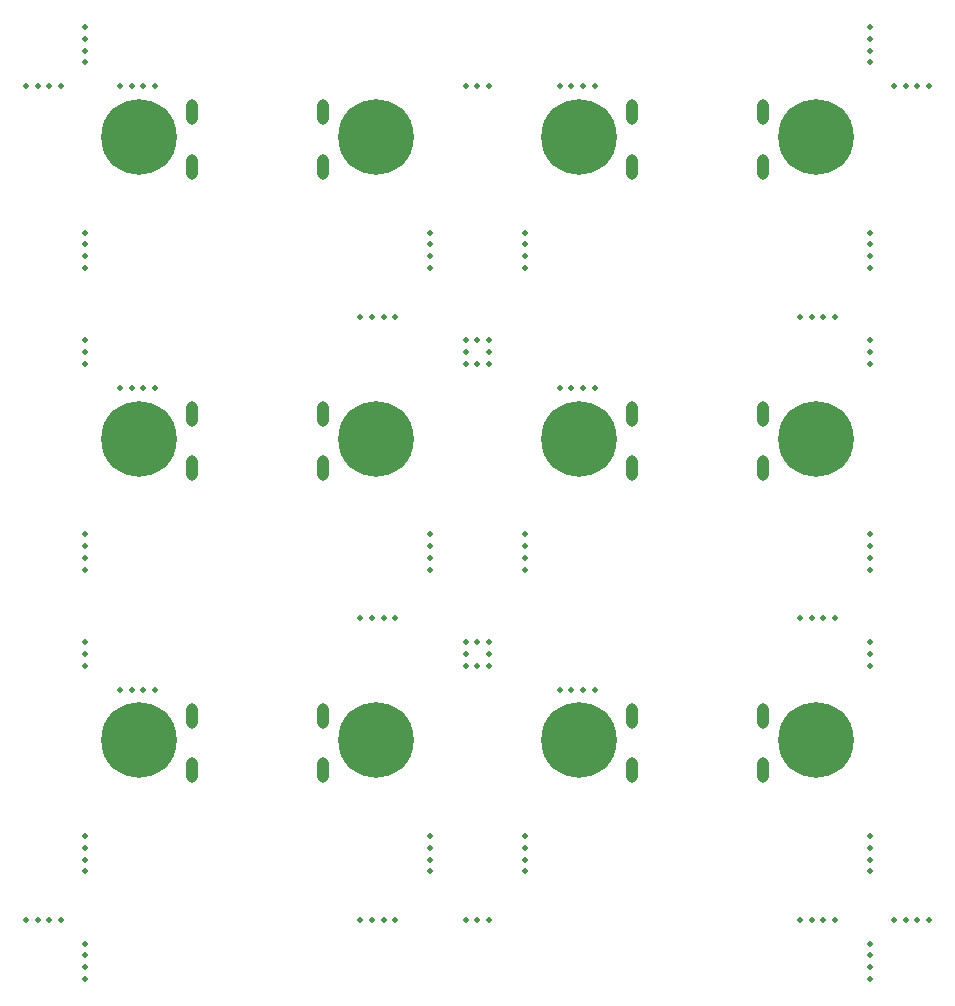
<source format=gbr>
%TF.GenerationSoftware,KiCad,Pcbnew,9.0.5*%
%TF.CreationDate,2025-11-22T18:02:39+08:00*%
%TF.ProjectId,tb2086-usb-c_panelized,74623230-3836-42d7-9573-622d635f7061,rev?*%
%TF.SameCoordinates,Original*%
%TF.FileFunction,Soldermask,Bot*%
%TF.FilePolarity,Negative*%
%FSLAX46Y46*%
G04 Gerber Fmt 4.6, Leading zero omitted, Abs format (unit mm)*
G04 Created by KiCad (PCBNEW 9.0.5) date 2025-11-22 18:02:39*
%MOMM*%
%LPD*%
G01*
G04 APERTURE LIST*
%ADD10C,0.500000*%
%ADD11C,0.800000*%
%ADD12C,6.400000*%
%ADD13O,1.016000X2.159000*%
G04 APERTURE END LIST*
D10*
%TO.C,KiKit_MB_19_1*%
X34250000Y-68504035D03*
%TD*%
%TO.C,KiKit_MB_23_2*%
X71500000Y-69504035D03*
%TD*%
%TO.C,KiKit_MB_11_1*%
X34250000Y-42964035D03*
%TD*%
%TO.C,KiKit_MB_5_4*%
X48208777Y-5040000D03*
%TD*%
%TO.C,KiKit_MB_32_3*%
X37250000Y-54080000D03*
%TD*%
%TO.C,KiKit_MB_6_2*%
X67545000Y-24539909D03*
%TD*%
%TO.C,KiKit_MB_22_3*%
X66545000Y-75619913D03*
%TD*%
%TO.C,KiKit_MB_20_3*%
X5000000Y-69500000D03*
%TD*%
%TO.C,KiKit_MB_37_3*%
X39250000Y-54080000D03*
%TD*%
%TO.C,KiKit_MB_17_4*%
X10958777Y-56120000D03*
%TD*%
%TO.C,KiKit_MB_15_3*%
X71500000Y-44964035D03*
%TD*%
%TO.C,KiKit_MB_30_3*%
X37250000Y-28540000D03*
%TD*%
%TO.C,KiKit_MB_24_3*%
X42250000Y-69500000D03*
%TD*%
%TO.C,KiKit_MB_24_4*%
X42250000Y-68500000D03*
%TD*%
D11*
%TO.C,H2*%
X27225000Y-60399900D03*
X27927944Y-58702844D03*
X27927944Y-62096956D03*
X29625000Y-57999900D03*
D12*
X29625000Y-60399900D03*
D11*
X29625000Y-62799900D03*
X31322056Y-58702844D03*
X31322056Y-62096956D03*
X32025000Y-60399900D03*
%TD*%
D10*
%TO.C,KiKit_MB_1_2*%
X8958777Y-5040000D03*
%TD*%
%TO.C,KiKit_MB_3_2*%
X34250000Y-18424035D03*
%TD*%
%TO.C,KiKit_MB_33_1*%
X37250000Y-28540000D03*
%TD*%
%TO.C,KiKit_MB_28_3*%
X71500000Y-28540000D03*
%TD*%
%TO.C,KiKit_MB_19_3*%
X34250000Y-70504035D03*
%TD*%
%TO.C,KiKit_MB_6_1*%
X68545000Y-24539905D03*
%TD*%
D11*
%TO.C,H2*%
X64475000Y-9319900D03*
X65177944Y-7622844D03*
X65177944Y-11016956D03*
X66875000Y-6919900D03*
D12*
X66875000Y-9319900D03*
D11*
X66875000Y-11719900D03*
X68572056Y-7622844D03*
X68572056Y-11016956D03*
X69275000Y-9319900D03*
%TD*%
D10*
%TO.C,KiKit_MB_31_3*%
X5000000Y-54080000D03*
%TD*%
%TO.C,KiKit_MB_6_4*%
X65545000Y-24539916D03*
%TD*%
%TO.C,KiKit_MB_10_1*%
X31295000Y-50079905D03*
%TD*%
%TO.C,KiKit_MB_40_4*%
X71500000Y-3000000D03*
%TD*%
%TO.C,KiKit_MB_46_2*%
X74500000Y-75620000D03*
%TD*%
D11*
%TO.C,H2*%
X27225000Y-9319900D03*
X27927944Y-7622844D03*
X27927944Y-11016956D03*
X29625000Y-6919900D03*
D12*
X29625000Y-9319900D03*
D11*
X29625000Y-11719900D03*
X31322056Y-7622844D03*
X31322056Y-11016956D03*
X32025000Y-9319900D03*
%TD*%
D10*
%TO.C,KiKit_MB_2_2*%
X30295000Y-24539909D03*
%TD*%
D13*
%TO.C,USB1*%
X62450000Y-62909800D03*
X62450000Y-58309800D03*
X51300000Y-62909800D03*
X51300000Y-58309800D03*
%TD*%
D10*
%TO.C,KiKit_MB_44_2*%
X1000000Y-75620000D03*
%TD*%
%TO.C,KiKit_MB_29_2*%
X5000000Y-27540000D03*
%TD*%
D13*
%TO.C,USB1*%
X25200000Y-11829800D03*
X25200000Y-7229800D03*
X14050000Y-11829800D03*
X14050000Y-7229800D03*
%TD*%
D10*
%TO.C,KiKit_MB_23_1*%
X71500000Y-68504035D03*
%TD*%
%TO.C,KiKit_MB_34_1*%
X39250000Y-52080000D03*
%TD*%
%TO.C,KiKit_MB_40_2*%
X71500000Y-1000000D03*
%TD*%
%TO.C,KiKit_MB_7_2*%
X71500000Y-18424035D03*
%TD*%
%TO.C,KiKit_MB_46_3*%
X75500000Y-75620000D03*
%TD*%
%TO.C,KiKit_MB_21_2*%
X46208777Y-56120000D03*
%TD*%
%TO.C,KiKit_MB_41_2*%
X5000000Y-78620000D03*
%TD*%
%TO.C,KiKit_MB_41_1*%
X5000000Y-77620000D03*
%TD*%
%TO.C,KiKit_MB_38_3*%
X37250000Y-75620000D03*
%TD*%
%TO.C,KiKit_MB_13_3*%
X47208777Y-30580000D03*
%TD*%
%TO.C,KiKit_MB_25_3*%
X39250000Y-52080000D03*
%TD*%
D11*
%TO.C,H2*%
X64475000Y-60399900D03*
X65177944Y-58702844D03*
X65177944Y-62096956D03*
X66875000Y-57999900D03*
D12*
X66875000Y-60399900D03*
D11*
X66875000Y-62799900D03*
X68572056Y-58702844D03*
X68572056Y-62096956D03*
X69275000Y-60399900D03*
%TD*%
D10*
%TO.C,KiKit_MB_42_3*%
X71500000Y-79620000D03*
%TD*%
%TO.C,KiKit_MB_25_2*%
X39250000Y-53080000D03*
%TD*%
%TO.C,KiKit_MB_9_4*%
X10958777Y-30580000D03*
%TD*%
%TO.C,KiKit_MB_17_1*%
X7958777Y-56120000D03*
%TD*%
%TO.C,KiKit_MB_35_2*%
X38250000Y-5000000D03*
%TD*%
%TO.C,KiKit_MB_12_1*%
X5000000Y-45960000D03*
%TD*%
%TO.C,KiKit_MB_42_4*%
X71500000Y-80620000D03*
%TD*%
%TO.C,KiKit_MB_31_1*%
X5000000Y-52080000D03*
%TD*%
%TO.C,KiKit_MB_43_4*%
X3000000Y-5000000D03*
%TD*%
%TO.C,KiKit_MB_12_4*%
X5000000Y-42960000D03*
%TD*%
%TO.C,KiKit_MB_2_3*%
X29295000Y-24539913D03*
%TD*%
%TO.C,KiKit_MB_38_2*%
X38250000Y-75620000D03*
%TD*%
%TO.C,KiKit_MB_26_2*%
X71500000Y-53080000D03*
%TD*%
%TO.C,KiKit_MB_27_2*%
X39250000Y-27540000D03*
%TD*%
%TO.C,KiKit_MB_10_4*%
X28295000Y-50079916D03*
%TD*%
%TO.C,KiKit_MB_44_3*%
X2000000Y-75620000D03*
%TD*%
%TO.C,KiKit_MB_37_2*%
X38250000Y-54080000D03*
%TD*%
%TO.C,KiKit_MB_17_3*%
X9958777Y-56120000D03*
%TD*%
%TO.C,KiKit_MB_23_4*%
X71500000Y-71504035D03*
%TD*%
%TO.C,KiKit_MB_8_2*%
X42250000Y-19420000D03*
%TD*%
%TO.C,KiKit_MB_16_4*%
X42250000Y-42960000D03*
%TD*%
D11*
%TO.C,H1*%
X7225000Y-9319900D03*
X7927944Y-7622844D03*
X7927944Y-11016956D03*
X9625000Y-6919900D03*
D12*
X9625000Y-9319900D03*
D11*
X9625000Y-11719900D03*
X11322056Y-7622844D03*
X11322056Y-11016956D03*
X12025000Y-9319900D03*
%TD*%
D10*
%TO.C,KiKit_MB_11_2*%
X34250000Y-43964035D03*
%TD*%
%TO.C,KiKit_MB_33_2*%
X38250000Y-28540000D03*
%TD*%
%TO.C,KiKit_MB_29_1*%
X5000000Y-26540000D03*
%TD*%
%TO.C,KiKit_MB_13_4*%
X48208777Y-30580000D03*
%TD*%
%TO.C,KiKit_MB_13_2*%
X46208777Y-30580000D03*
%TD*%
%TO.C,KiKit_MB_16_1*%
X42250000Y-45960000D03*
%TD*%
D11*
%TO.C,H1*%
X44475000Y-34859900D03*
X45177944Y-33162844D03*
X45177944Y-36556956D03*
X46875000Y-32459900D03*
D12*
X46875000Y-34859900D03*
D11*
X46875000Y-37259900D03*
X48572056Y-33162844D03*
X48572056Y-36556956D03*
X49275000Y-34859900D03*
%TD*%
D10*
%TO.C,KiKit_MB_5_2*%
X46208777Y-5040000D03*
%TD*%
%TO.C,KiKit_MB_20_2*%
X5000000Y-70500000D03*
%TD*%
%TO.C,KiKit_MB_43_2*%
X1000000Y-5000000D03*
%TD*%
%TO.C,KiKit_MB_9_2*%
X8958777Y-30580000D03*
%TD*%
%TO.C,KiKit_MB_1_3*%
X9958777Y-5040000D03*
%TD*%
%TO.C,KiKit_MB_32_1*%
X37250000Y-52080000D03*
%TD*%
%TO.C,KiKit_MB_25_1*%
X39250000Y-54080000D03*
%TD*%
%TO.C,KiKit_MB_27_1*%
X39250000Y-28540000D03*
%TD*%
%TO.C,KiKit_MB_34_2*%
X38250000Y-52080000D03*
%TD*%
%TO.C,KiKit_MB_12_3*%
X5000000Y-43960000D03*
%TD*%
%TO.C,KiKit_MB_40_1*%
X71500000Y0D03*
%TD*%
%TO.C,KiKit_MB_4_2*%
X5000000Y-19420000D03*
%TD*%
%TO.C,KiKit_MB_2_1*%
X31295000Y-24539905D03*
%TD*%
%TO.C,KiKit_MB_19_4*%
X34250000Y-71504035D03*
%TD*%
%TO.C,KiKit_MB_43_3*%
X2000000Y-5000000D03*
%TD*%
%TO.C,KiKit_MB_12_2*%
X5000000Y-44960000D03*
%TD*%
%TO.C,KiKit_MB_19_2*%
X34250000Y-69504035D03*
%TD*%
%TO.C,KiKit_MB_16_3*%
X42250000Y-43960000D03*
%TD*%
%TO.C,KiKit_MB_2_4*%
X28295000Y-24539916D03*
%TD*%
%TO.C,KiKit_MB_36_2*%
X38250000Y-26540000D03*
%TD*%
%TO.C,KiKit_MB_45_2*%
X74500000Y-5000000D03*
%TD*%
%TO.C,KiKit_MB_37_1*%
X37250000Y-54080000D03*
%TD*%
%TO.C,KiKit_MB_14_4*%
X65545000Y-50079916D03*
%TD*%
%TO.C,KiKit_MB_18_1*%
X31295000Y-75619905D03*
%TD*%
%TO.C,KiKit_MB_15_4*%
X71500000Y-45964035D03*
%TD*%
%TO.C,KiKit_MB_31_2*%
X5000000Y-53080000D03*
%TD*%
%TO.C,KiKit_MB_4_4*%
X5000000Y-17420000D03*
%TD*%
%TO.C,KiKit_MB_18_2*%
X30295000Y-75619909D03*
%TD*%
%TO.C,KiKit_MB_20_1*%
X5000000Y-71500000D03*
%TD*%
%TO.C,KiKit_MB_3_4*%
X34250000Y-20424035D03*
%TD*%
%TO.C,KiKit_MB_1_1*%
X7958777Y-5040000D03*
%TD*%
%TO.C,KiKit_MB_33_3*%
X39250000Y-28540000D03*
%TD*%
%TO.C,KiKit_MB_7_4*%
X71500000Y-20424035D03*
%TD*%
D13*
%TO.C,USB1*%
X62450000Y-37369800D03*
X62450000Y-32769800D03*
X51300000Y-37369800D03*
X51300000Y-32769800D03*
%TD*%
D10*
%TO.C,KiKit_MB_34_3*%
X37250000Y-52080000D03*
%TD*%
%TO.C,KiKit_MB_40_3*%
X71500000Y-2000000D03*
%TD*%
%TO.C,KiKit_MB_45_4*%
X76500000Y-5000000D03*
%TD*%
%TO.C,KiKit_MB_14_2*%
X67545000Y-50079909D03*
%TD*%
%TO.C,KiKit_MB_44_4*%
X3000000Y-75620000D03*
%TD*%
%TO.C,KiKit_MB_35_3*%
X37250000Y-5000000D03*
%TD*%
%TO.C,KiKit_MB_28_2*%
X71500000Y-27540000D03*
%TD*%
%TO.C,KiKit_MB_28_1*%
X71500000Y-26540000D03*
%TD*%
%TO.C,KiKit_MB_39_4*%
X5000000Y-3000000D03*
%TD*%
%TO.C,KiKit_MB_20_4*%
X5000000Y-68500000D03*
%TD*%
D11*
%TO.C,H1*%
X7225000Y-34859900D03*
X7927944Y-33162844D03*
X7927944Y-36556956D03*
X9625000Y-32459900D03*
D12*
X9625000Y-34859900D03*
D11*
X9625000Y-37259900D03*
X11322056Y-33162844D03*
X11322056Y-36556956D03*
X12025000Y-34859900D03*
%TD*%
D10*
%TO.C,KiKit_MB_14_3*%
X66545000Y-50079913D03*
%TD*%
%TO.C,KiKit_MB_22_4*%
X65545000Y-75619916D03*
%TD*%
%TO.C,KiKit_MB_22_2*%
X67545000Y-75619909D03*
%TD*%
%TO.C,KiKit_MB_24_1*%
X42250000Y-71500000D03*
%TD*%
%TO.C,KiKit_MB_27_3*%
X39250000Y-26540000D03*
%TD*%
%TO.C,KiKit_MB_36_3*%
X37250000Y-26540000D03*
%TD*%
%TO.C,KiKit_MB_8_4*%
X42250000Y-17420000D03*
%TD*%
%TO.C,KiKit_MB_4_3*%
X5000000Y-18420000D03*
%TD*%
%TO.C,KiKit_MB_7_1*%
X71500000Y-17424035D03*
%TD*%
%TO.C,KiKit_MB_16_2*%
X42250000Y-44960000D03*
%TD*%
%TO.C,KiKit_MB_26_1*%
X71500000Y-52080000D03*
%TD*%
%TO.C,KiKit_MB_42_2*%
X71500000Y-78620000D03*
%TD*%
%TO.C,KiKit_MB_3_3*%
X34250000Y-19424035D03*
%TD*%
%TO.C,KiKit_MB_30_1*%
X37250000Y-26540000D03*
%TD*%
%TO.C,KiKit_MB_10_2*%
X30295000Y-50079909D03*
%TD*%
%TO.C,KiKit_MB_9_1*%
X7958777Y-30580000D03*
%TD*%
%TO.C,KiKit_MB_13_1*%
X45208777Y-30580000D03*
%TD*%
%TO.C,KiKit_MB_7_3*%
X71500000Y-19424035D03*
%TD*%
%TO.C,KiKit_MB_1_4*%
X10958777Y-5040000D03*
%TD*%
%TO.C,KiKit_MB_26_3*%
X71500000Y-54080000D03*
%TD*%
%TO.C,KiKit_MB_46_4*%
X76500000Y-75620000D03*
%TD*%
D13*
%TO.C,USB1*%
X25200000Y-62909800D03*
X25200000Y-58309800D03*
X14050000Y-62909800D03*
X14050000Y-58309800D03*
%TD*%
D10*
%TO.C,KiKit_MB_23_3*%
X71500000Y-70504035D03*
%TD*%
%TO.C,KiKit_MB_17_2*%
X8958777Y-56120000D03*
%TD*%
%TO.C,KiKit_MB_5_3*%
X47208777Y-5040000D03*
%TD*%
D11*
%TO.C,H2*%
X27225000Y-34859900D03*
X27927944Y-33162844D03*
X27927944Y-36556956D03*
X29625000Y-32459900D03*
D12*
X29625000Y-34859900D03*
D11*
X29625000Y-37259900D03*
X31322056Y-33162844D03*
X31322056Y-36556956D03*
X32025000Y-34859900D03*
%TD*%
D10*
%TO.C,KiKit_MB_39_1*%
X5000000Y0D03*
%TD*%
%TO.C,KiKit_MB_35_1*%
X39250000Y-5000000D03*
%TD*%
%TO.C,KiKit_MB_30_2*%
X37250000Y-27540000D03*
%TD*%
%TO.C,KiKit_MB_24_2*%
X42250000Y-70500000D03*
%TD*%
%TO.C,KiKit_MB_41_3*%
X5000000Y-79620000D03*
%TD*%
D13*
%TO.C,USB1*%
X25200000Y-37369800D03*
X25200000Y-32769800D03*
X14050000Y-37369800D03*
X14050000Y-32769800D03*
%TD*%
D11*
%TO.C,H1*%
X44475000Y-60399900D03*
X45177944Y-58702844D03*
X45177944Y-62096956D03*
X46875000Y-57999900D03*
D12*
X46875000Y-60399900D03*
D11*
X46875000Y-62799900D03*
X48572056Y-58702844D03*
X48572056Y-62096956D03*
X49275000Y-60399900D03*
%TD*%
%TO.C,H1*%
X7225000Y-60399900D03*
X7927944Y-58702844D03*
X7927944Y-62096956D03*
X9625000Y-57999900D03*
D12*
X9625000Y-60399900D03*
D11*
X9625000Y-62799900D03*
X11322056Y-58702844D03*
X11322056Y-62096956D03*
X12025000Y-60399900D03*
%TD*%
D10*
%TO.C,KiKit_MB_21_4*%
X48208777Y-56120000D03*
%TD*%
%TO.C,KiKit_MB_9_3*%
X9958777Y-30580000D03*
%TD*%
%TO.C,KiKit_MB_29_3*%
X5000000Y-28540000D03*
%TD*%
%TO.C,KiKit_MB_36_1*%
X39250000Y-26540000D03*
%TD*%
%TO.C,KiKit_MB_8_1*%
X42250000Y-20420000D03*
%TD*%
%TO.C,KiKit_MB_10_3*%
X29295000Y-50079913D03*
%TD*%
%TO.C,KiKit_MB_21_3*%
X47208777Y-56120000D03*
%TD*%
%TO.C,KiKit_MB_38_1*%
X39250000Y-75620000D03*
%TD*%
%TO.C,KiKit_MB_39_3*%
X5000000Y-2000000D03*
%TD*%
%TO.C,KiKit_MB_5_1*%
X45208777Y-5040000D03*
%TD*%
%TO.C,KiKit_MB_46_1*%
X73500000Y-75620000D03*
%TD*%
D13*
%TO.C,USB1*%
X62450000Y-11829800D03*
X62450000Y-7229800D03*
X51300000Y-11829800D03*
X51300000Y-7229800D03*
%TD*%
D10*
%TO.C,KiKit_MB_6_3*%
X66545000Y-24539913D03*
%TD*%
%TO.C,KiKit_MB_45_3*%
X75500000Y-5000000D03*
%TD*%
D11*
%TO.C,H1*%
X44475000Y-9319900D03*
X45177944Y-7622844D03*
X45177944Y-11016956D03*
X46875000Y-6919900D03*
D12*
X46875000Y-9319900D03*
D11*
X46875000Y-11719900D03*
X48572056Y-7622844D03*
X48572056Y-11016956D03*
X49275000Y-9319900D03*
%TD*%
D10*
%TO.C,KiKit_MB_22_1*%
X68545000Y-75619905D03*
%TD*%
%TO.C,KiKit_MB_18_4*%
X28295000Y-75619916D03*
%TD*%
%TO.C,KiKit_MB_11_4*%
X34250000Y-45964035D03*
%TD*%
%TO.C,KiKit_MB_4_1*%
X5000000Y-20420000D03*
%TD*%
%TO.C,KiKit_MB_3_1*%
X34250000Y-17424035D03*
%TD*%
%TO.C,KiKit_MB_43_1*%
X0Y-5000000D03*
%TD*%
%TO.C,KiKit_MB_8_3*%
X42250000Y-18420000D03*
%TD*%
%TO.C,KiKit_MB_14_1*%
X68545000Y-50079905D03*
%TD*%
%TO.C,KiKit_MB_18_3*%
X29295000Y-75619913D03*
%TD*%
%TO.C,KiKit_MB_42_1*%
X71500000Y-77620000D03*
%TD*%
%TO.C,KiKit_MB_15_1*%
X71500000Y-42964035D03*
%TD*%
%TO.C,KiKit_MB_39_2*%
X5000000Y-1000000D03*
%TD*%
%TO.C,KiKit_MB_44_1*%
X0Y-75620000D03*
%TD*%
%TO.C,KiKit_MB_21_1*%
X45208777Y-56120000D03*
%TD*%
%TO.C,KiKit_MB_45_1*%
X73500000Y-5000000D03*
%TD*%
D11*
%TO.C,H2*%
X64475000Y-34859900D03*
X65177944Y-33162844D03*
X65177944Y-36556956D03*
X66875000Y-32459900D03*
D12*
X66875000Y-34859900D03*
D11*
X66875000Y-37259900D03*
X68572056Y-33162844D03*
X68572056Y-36556956D03*
X69275000Y-34859900D03*
%TD*%
D10*
%TO.C,KiKit_MB_15_2*%
X71500000Y-43964035D03*
%TD*%
%TO.C,KiKit_MB_11_3*%
X34250000Y-44964035D03*
%TD*%
%TO.C,KiKit_MB_41_4*%
X5000000Y-80620000D03*
%TD*%
%TO.C,KiKit_MB_32_2*%
X37250000Y-53080000D03*
%TD*%
M02*

</source>
